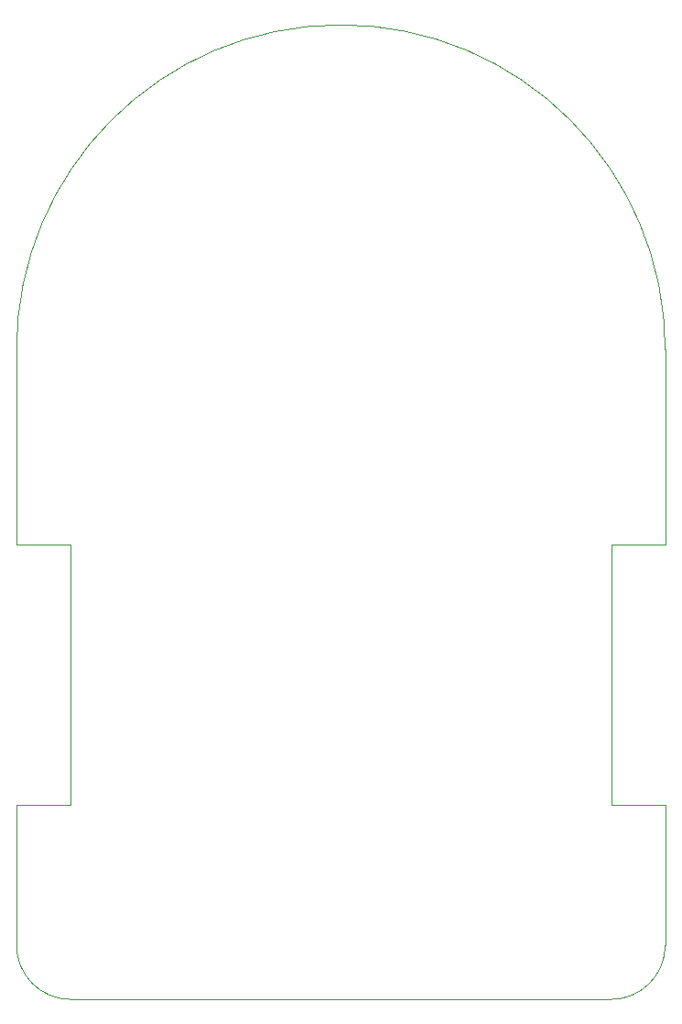
<source format=gm1>
G04 #@! TF.GenerationSoftware,KiCad,Pcbnew,8.0.6-8.0.6-0~ubuntu24.04.1*
G04 #@! TF.CreationDate,2024-10-30T09:28:35+01:00*
G04 #@! TF.ProjectId,micromouse_pcb,6d696372-6f6d-46f7-9573-655f7063622e,rev?*
G04 #@! TF.SameCoordinates,Original*
G04 #@! TF.FileFunction,Profile,NP*
%FSLAX46Y46*%
G04 Gerber Fmt 4.6, Leading zero omitted, Abs format (unit mm)*
G04 Created by KiCad (PCBNEW 8.0.6-8.0.6-0~ubuntu24.04.1) date 2024-10-30 09:28:35*
%MOMM*%
%LPD*%
G01*
G04 APERTURE LIST*
G04 #@! TA.AperFunction,Profile*
%ADD10C,0.050000*%
G04 #@! TD*
G04 APERTURE END LIST*
D10*
X125000000Y-150000000D02*
X175000000Y-150000000D01*
X175000000Y-132000000D02*
X175000000Y-108000000D01*
X120000000Y-145000000D02*
X120000000Y-132000000D01*
X175000000Y-108000000D02*
X180000000Y-108000000D01*
X120000000Y-90000000D02*
G75*
G02*
X180000000Y-90000000I30000000J0D01*
G01*
X125000000Y-108000000D02*
X120000000Y-108000000D01*
X120000000Y-132000000D02*
X125000000Y-132000000D01*
X125000000Y-132000000D02*
X125000000Y-108000000D01*
X180000000Y-108000000D02*
X180000000Y-90000000D01*
X180000000Y-145000000D02*
X180000000Y-132000000D01*
X125000000Y-150000000D02*
G75*
G02*
X120000000Y-145000000I0J5000000D01*
G01*
X120000000Y-108000000D02*
X120000000Y-90000000D01*
X180000000Y-145000000D02*
G75*
G02*
X175000000Y-150000000I-5000000J0D01*
G01*
X180000000Y-132000000D02*
X175000000Y-132000000D01*
M02*

</source>
